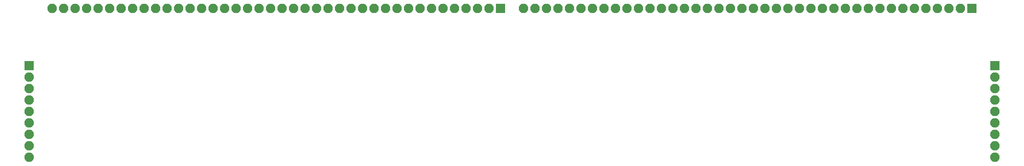
<source format=gbs>
G04 #@! TF.FileFunction,Soldermask,Bot*
%FSLAX46Y46*%
G04 Gerber Fmt 4.6, Leading zero omitted, Abs format (unit mm)*
G04 Created by KiCad (PCBNEW 4.0.7) date *
%MOMM*%
%LPD*%
G01*
G04 APERTURE LIST*
%ADD10C,0.100000*%
%ADD11R,2.100000X2.100000*%
%ADD12O,2.100000X2.100000*%
G04 APERTURE END LIST*
D10*
D11*
X144780000Y-88900000D03*
D12*
X142240000Y-88900000D03*
X139700000Y-88900000D03*
X137160000Y-88900000D03*
X134620000Y-88900000D03*
X132080000Y-88900000D03*
X129540000Y-88900000D03*
X127000000Y-88900000D03*
X124460000Y-88900000D03*
X121920000Y-88900000D03*
X119380000Y-88900000D03*
X116840000Y-88900000D03*
X114300000Y-88900000D03*
X111760000Y-88900000D03*
X109220000Y-88900000D03*
X106680000Y-88900000D03*
X104140000Y-88900000D03*
X101600000Y-88900000D03*
X99060000Y-88900000D03*
X96520000Y-88900000D03*
X93980000Y-88900000D03*
X91440000Y-88900000D03*
X88900000Y-88900000D03*
X86360000Y-88900000D03*
X83820000Y-88900000D03*
X81280000Y-88900000D03*
X78740000Y-88900000D03*
X76200000Y-88900000D03*
X73660000Y-88900000D03*
X71120000Y-88900000D03*
X68580000Y-88900000D03*
X66040000Y-88900000D03*
X63500000Y-88900000D03*
X60960000Y-88900000D03*
X58420000Y-88900000D03*
X55880000Y-88900000D03*
X53340000Y-88900000D03*
X50800000Y-88900000D03*
X48260000Y-88900000D03*
X45720000Y-88900000D03*
D11*
X248920000Y-88900000D03*
D12*
X246380000Y-88900000D03*
X243840000Y-88900000D03*
X241300000Y-88900000D03*
X238760000Y-88900000D03*
X236220000Y-88900000D03*
X233680000Y-88900000D03*
X231140000Y-88900000D03*
X228600000Y-88900000D03*
X226060000Y-88900000D03*
X223520000Y-88900000D03*
X220980000Y-88900000D03*
X218440000Y-88900000D03*
X215900000Y-88900000D03*
X213360000Y-88900000D03*
X210820000Y-88900000D03*
X208280000Y-88900000D03*
X205740000Y-88900000D03*
X203200000Y-88900000D03*
X200660000Y-88900000D03*
X198120000Y-88900000D03*
X195580000Y-88900000D03*
X193040000Y-88900000D03*
X190500000Y-88900000D03*
X187960000Y-88900000D03*
X185420000Y-88900000D03*
X182880000Y-88900000D03*
X180340000Y-88900000D03*
X177800000Y-88900000D03*
X175260000Y-88900000D03*
X172720000Y-88900000D03*
X170180000Y-88900000D03*
X167640000Y-88900000D03*
X165100000Y-88900000D03*
X162560000Y-88900000D03*
X160020000Y-88900000D03*
X157480000Y-88900000D03*
X154940000Y-88900000D03*
X152400000Y-88900000D03*
X149860000Y-88900000D03*
D11*
X40640000Y-101600000D03*
D12*
X40640000Y-104140000D03*
X40640000Y-106680000D03*
X40640000Y-109220000D03*
X40640000Y-111760000D03*
X40640000Y-114300000D03*
X40640000Y-116840000D03*
X40640000Y-119380000D03*
X40640000Y-121920000D03*
D11*
X254000000Y-101600000D03*
D12*
X254000000Y-104140000D03*
X254000000Y-106680000D03*
X254000000Y-109220000D03*
X254000000Y-111760000D03*
X254000000Y-114300000D03*
X254000000Y-116840000D03*
X254000000Y-119380000D03*
X254000000Y-121920000D03*
M02*

</source>
